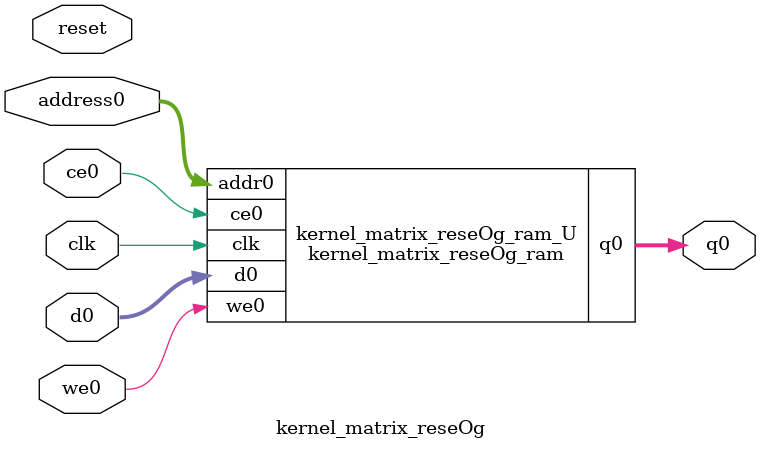
<source format=v>

`timescale 1 ns / 1 ps
module kernel_matrix_reseOg_ram (addr0, ce0, d0, we0, q0,  clk);

parameter DWIDTH = 32;
parameter AWIDTH = 7;
parameter MEM_SIZE = 100;

input[AWIDTH-1:0] addr0;
input ce0;
input[DWIDTH-1:0] d0;
input we0;
output reg[DWIDTH-1:0] q0;
input clk;

(* ram_style = "block" *)reg [DWIDTH-1:0] ram[0:MEM_SIZE-1];




always @(posedge clk)  
begin 
    if (ce0) 
    begin
        if (we0) 
        begin 
            ram[addr0] <= d0; 
            q0 <= d0;
        end 
        else 
            q0 <= ram[addr0];
    end
end


endmodule


`timescale 1 ns / 1 ps
module kernel_matrix_reseOg(
    reset,
    clk,
    address0,
    ce0,
    we0,
    d0,
    q0);

parameter DataWidth = 32'd32;
parameter AddressRange = 32'd100;
parameter AddressWidth = 32'd7;
input reset;
input clk;
input[AddressWidth - 1:0] address0;
input ce0;
input we0;
input[DataWidth - 1:0] d0;
output[DataWidth - 1:0] q0;



kernel_matrix_reseOg_ram kernel_matrix_reseOg_ram_U(
    .clk( clk ),
    .addr0( address0 ),
    .ce0( ce0 ),
    .we0( we0 ),
    .d0( d0 ),
    .q0( q0 ));

endmodule


</source>
